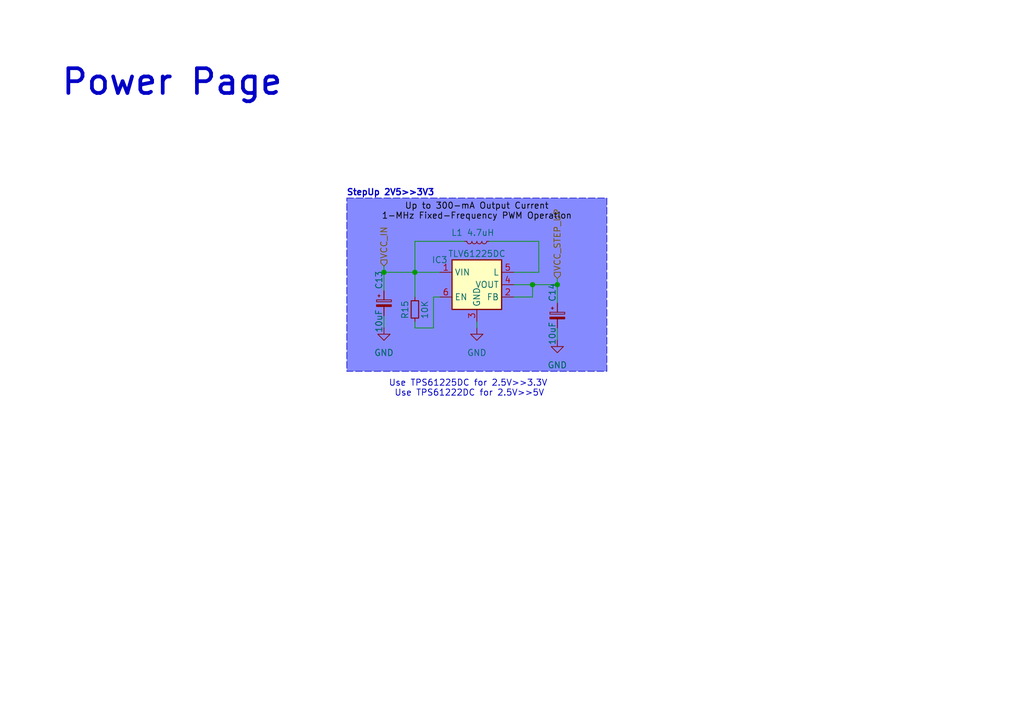
<source format=kicad_sch>
(kicad_sch (version 20250114) (generator "eeschema") (generator_version "9.0")
  (paper "A5")
  (title_block (title "${project_name} ${project_version}") (date "2024-12-02") (rev "${project_version}") (company "${project_creator}") (comment 1 "${project_license}"))
  (lib_symbols
    (symbol "Device:C_Polarized_Small" (pin_numbers (hide yes)) (pin_names (offset 0.254) (hide yes))
      (property "Reference" "C" (at 0.254 1.778 0))
      (property "Value" "C_Polarized_Small" (at 0.254 -2.032 0))
      (symbol "C_Polarized_Small_0_1"
        (rectangle (start -1.524 0.6858) (end 1.524 0.3048))
        (rectangle (start -1.524 -0.3048) (end 1.524 -0.6858) (fill (type outline)))
        (polyline (pts (xy -1.27 1.524) (xy -0.762 1.524)))
        (polyline (pts (xy -1.016 1.27) (xy -1.016 1.778)))
      )
      (symbol "C_Polarized_Small_1_1"
        (pin passive line (at 0 2.54 270) (length 1.8542) (name "~") (number "1"))
        (pin passive line (at 0 -2.54 90) (length 1.8542) (name "~") (number "2"))
      )
    )
    (symbol "Device:L_Small" (pin_numbers (hide yes)) (pin_names (offset 0.254) (hide yes))
      (property "Reference" "L" (at 0.762 1.016 0))
      (property "Value" "L_Small" (at 0.762 -1.016 0))
      (symbol "L_Small_0_1"
        (arc (start 0 2.032) (mid 0.5058 1.524) (end 0 1.016))
        (arc (start 0 1.016) (mid 0.5058 0.508) (end 0 0))
        (arc (start 0 0) (mid 0.5058 -0.508) (end 0 -1.016))
        (arc (start 0 -1.016) (mid 0.5058 -1.524) (end 0 -2.032))
      )
      (symbol "L_Small_1_1"
        (pin passive line (at 0 2.54 270) (length 0.508) (name "~") (number "1"))
        (pin passive line (at 0 -2.54 90) (length 0.508) (name "~") (number "2"))
      )
    )
    (symbol "Device:R_Small" (pin_numbers (hide yes)) (pin_names (offset 0.254) (hide yes))
      (property "Reference" "R" (at 0.762 0.508 0))
      (property "Value" "R_Small" (at 0.762 -1.016 0))
      (symbol "R_Small_0_1"
        (rectangle (start -0.762 1.778) (end 0.762 -1.778) (stroke (width 0.2032)))
      )
      (symbol "R_Small_1_1"
        (pin passive line (at 0 2.54 270) (length 0.762) (name "~") (number "1"))
        (pin passive line (at 0 -2.54 90) (length 0.762) (name "~") (number "2"))
      )
    )
    (symbol "Regulator_Switching:TLV61225DC"
      (property "Reference" "U" (at -5.08 6.35 0))
      (property "Value" "TLV61225DC" (at 0 6.35 0))
      (symbol "TLV61225DC_0_1"
        (rectangle (start -5.08 5.08) (end 5.08 -5.08) (stroke (width 0.254)) (fill (type background)))
      )
      (symbol "TLV61225DC_1_1"
        (pin power_in line (at -7.62 2.54 0) (length 2.54) (name "VIN") (number "1"))
        (pin input line (at -7.62 -2.54 0) (length 2.54) (name "EN") (number "6"))
        (pin power_in line (at 0 -7.62 90) (length 2.54) (name "GND") (number "3"))
        (pin input line (at 7.62 2.54 180) (length 2.54) (name "L") (number "5"))
        (pin power_out line (at 7.62 0 180) (length 2.54) (name "VOUT") (number "4"))
        (pin input line (at 7.62 -2.54 180) (length 2.54) (name "FB") (number "2"))
      )
    )
    (symbol "power:GND" (power) (pin_numbers (hide yes)) (pin_names (offset 0) (hide yes))
      (property "Value" "GND" (at 0 -3.81 0))
      (symbol "GND_0_1"
        (polyline (pts (xy 0 0) (xy 0 -1.27) (xy 1.27 -1.27) (xy 0 -2.54) (xy -1.27 -1.27) (xy 0 -1.27)))
      )
      (symbol "GND_1_1"
        (pin power_in line (at 0 0 270) (length 0) (name "~") (number "1"))
      )
    )
  )
  (rectangle (start 71.12 40.64) (end 124.46 76.2) (stroke (width 0.127) (type dash)) (fill (type color) (color 0 12 255 0.48)))
  (text "Up to 300-mA Output Current\n1-MHz Fixed-Frequency PWM Operation" (at 97.79 43.434 0) (effects (font (size 1.27 1.27))))
  (text "Use TPS61222DC for 2.5V>>5V" (at 96.266 80.772 0) (effects (font (size 1.27 1.27))))
  (text "Power Page" (at 35.306 17.018 0) (effects (font (size 5.08 5.08) (thickness 0.762) (bold yes))))
  (text "StepUp 2V5>>3V3" (at 89.154 40.386 0) (effects (font (size 1.27 1.27) (bold yes)) (justify right bottom)))
  (text "Use TPS61225DC for 2.5V>>3.3V" (at 96.012 78.74 0) (effects (font (size 1.27 1.27))))
  (junction (at 78.74 55.88))
  (junction (at 114.3 58.42))
  (junction (at 109.22 58.42))
  (junction (at 85.09 55.88))
  (wire (pts (xy 109.22 60.96) (xy 109.22 58.42)))
  (wire (pts (xy 97.79 66.04) (xy 97.79 67.31)))
  (wire (pts (xy 85.09 55.88) (xy 85.09 60.96)))
  (wire (pts (xy 109.22 58.42) (xy 114.3 58.42)))
  (wire (pts (xy 78.74 55.88) (xy 78.74 59.69)))
  (wire (pts (xy 78.74 54.61) (xy 78.74 55.88)))
  (wire (pts (xy 105.41 58.42) (xy 109.22 58.42)))
  (wire (pts (xy 114.3 58.42) (xy 114.3 62.23)))
  (wire (pts (xy 105.41 60.96) (xy 109.22 60.96)))
  (wire (pts (xy 88.9 60.96) (xy 90.17 60.96)))
  (wire (pts (xy 85.09 55.88) (xy 90.17 55.88)))
  (wire (pts (xy 78.74 55.88) (xy 85.09 55.88)))
  (wire (pts (xy 85.09 67.31) (xy 88.9 67.31)))
  (wire (pts (xy 114.3 57.15) (xy 114.3 58.42)))
  (wire (pts (xy 78.74 64.77) (xy 78.74 67.31)))
  (wire (pts (xy 85.09 49.53) (xy 85.09 55.88)))
  (wire (pts (xy 110.49 55.88) (xy 105.41 55.88)))
  (wire (pts (xy 85.09 66.04) (xy 85.09 67.31)))
  (wire (pts (xy 114.3 69.85) (xy 114.3 67.31)))
  (wire (pts (xy 95.25 49.53) (xy 85.09 49.53)))
  (wire (pts (xy 88.9 67.31) (xy 88.9 60.96)))
  (wire (pts (xy 100.33 49.53) (xy 110.49 49.53)))
  (wire (pts (xy 110.49 49.53) (xy 110.49 55.88)))
  (hierarchical_label "VCC_IN" (shape input) (at 78.74 54.61 90))
  (hierarchical_label "VCC_STEP_UP" (shape input) (at 114.3 57.15 90))
  (symbol (lib_id "Device:R_Small") (at 85.09 63.5 0) (unit 1)
    (property "Reference" "R15" (at 83.058 65.532 90) (effects (justify left)))
    (property "Value" "10K" (at 87.122 65.532 90) (effects (justify left)))
    (property "Footprint" "Resistor_SMD:R_0402_1005Metric" (effects (hide yes)))
    (property "Description" "Resistor, small symbol" (effects (hide yes)))
    (property "MPN" " RC0603FR-071K1L" (effects (hide yes)))
    (property "Mouser" "603-RC0603FR-071K1L" (effects (hide yes)))
  )
  (symbol (lib_id "power:GND") (at 97.79 67.31 0) (unit 1)
    (property "Reference" "#PWR04" (effects (hide yes)))
    (property "Value" "GND" (at 97.79 72.39 0))
    (property "Description" "Power symbol creates a global label with name \"GND\" , ground" (effects (hide yes)))
  )
  (symbol (lib_id "Regulator_Switching:TLV61225DC") (at 97.79 58.42 0) (unit 1)
    (property "Reference" "IC3" (at 90.17 53.34 0))
    (property "Value" "TLV61225DC" (at 97.79 52.07 0))
    (property "Footprint" "Package_TO_SOT_SMD:SOT-363_SC-70-6" (effects (hide yes)))
    (property "Datasheet" "https://www.ti.com/lit/ds/symlink/tlv61225.pdf" (effects (hide yes)))
    (property "Description" "Fixed 3.3V Output Voltage Boost Converter with Power Diode and Isolation Switch, 5uA Quiescent Current, SOT-363" (effects (hide yes)))
  )
  (symbol (lib_id "Device:C_Polarized_Small") (at 78.74 62.23 0) (unit 1)
    (property "Reference" "C13" (at 77.724 59.436 90) (effects (justify left)))
    (property "Value" "10uF" (at 77.724 68.326 90) (effects (justify left)))
    (property "Footprint" "Capacitor_SMD:C_0603_1608Metric" (effects (hide yes)))
    (property "Description" "Polarized capacitor, small symbol" (effects (hide yes)))
  )
  (symbol (lib_id "power:GND") (at 114.3 69.85 0) (unit 1)
    (property "Reference" "#PWR06" (effects (hide yes)))
    (property "Value" "GND" (at 114.3 74.93 0))
    (property "Description" "Power symbol creates a global label with name \"GND\" , ground" (effects (hide yes)))
  )
  (symbol (lib_id "Device:L_Small") (at 97.79 49.53 270) (unit 1)
    (property "Reference" "L1" (at 93.726 47.752 90))
    (property "Value" "4.7uH" (at 98.552 47.752 90))
    (property "Footprint" "Inductor_SMD:L_0603_1608Metric" (effects (hide yes)))
    (property "Description" "Inductor, small symbol" (effects (hide yes)))
  )
  (symbol (lib_id "Device:C_Polarized_Small") (at 114.3 64.77 0) (unit 1)
    (property "Reference" "C14" (at 113.284 61.976 90) (effects (justify left)))
    (property "Value" "10uF" (at 113.284 70.866 90) (effects (justify left)))
    (property "Footprint" "Capacitor_SMD:C_0603_1608Metric" (effects (hide yes)))
    (property "Description" "Polarized capacitor, small symbol" (effects (hide yes)))
  )
  (symbol (lib_id "power:GND") (at 78.74 67.31 0) (unit 1)
    (property "Reference" "#PWR03" (effects (hide yes)))
    (property "Value" "GND" (at 78.74 72.39 0))
    (property "Description" "Power symbol creates a global label with name \"GND\" , ground" (effects (hide yes)))
  )
)
</source>
